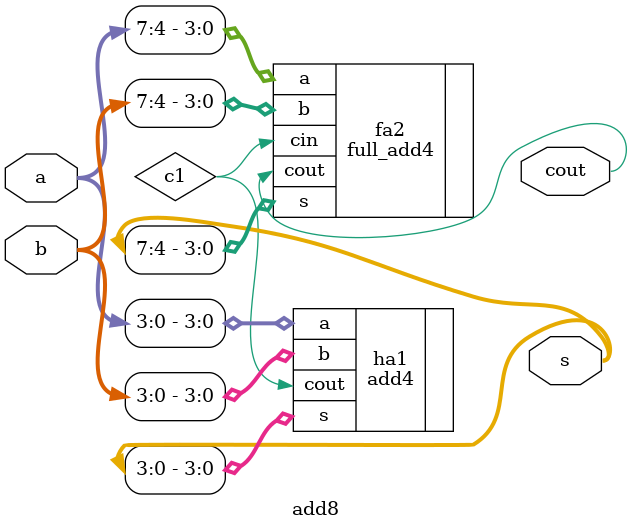
<source format=v>
`ifndef _add8
`define _add8

`include "add4.v"
`include "full_add4.v"

module add8(a, b, s, cout);
	input  [7:0]	a, b;
	output [7:0]	s;
	output			cout;

	wire c1;

		 add4 ha1(.a(a[3:0]), .b(b[3:0]),           .s(s[3:0]), .cout(c1));
	full_add4 fa2(.a(a[7:4]), .b(b[7:4]), .cin(c1), .s(s[7:4]), .cout(cout));
endmodule

`endif

</source>
